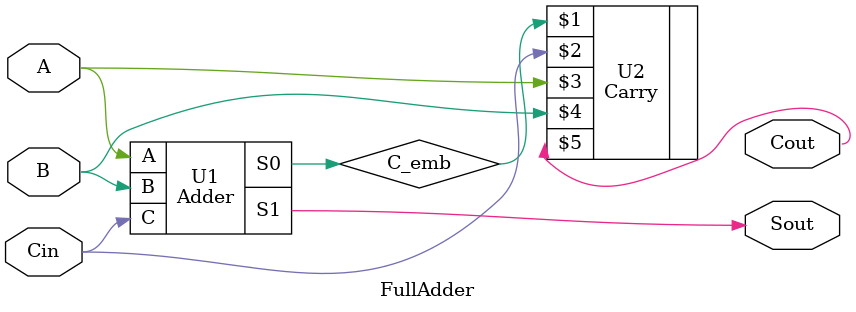
<source format=v>
`timescale 1ns / 1ps


module Adder(
	input A,
	input B,
	input C,
	output S0,
	output S1
);
	//Declaration of embedded signals for Adder module
	wire S_emb;
	//Define Operation for module Adder
	assign S_emb = A ^ B;
	assign S1 = S_emb ^ C;
	assign S0 = S_emb;
endmodule

/*module Carry(
	input A,
	input B,
	input C,
	input D,
	output C0
);
	//Declaration of embedded
	wire AB_emb, CD_emb;
//Define Operation for module Carry
	assign AB_emb = A & B;
	assign CD_emb = C & D;
	assign C0 = AB_emb | CD_emb;
	
endmodule*/

//Connect mdoules together
//////////////////////////////////////////////////////////////////////////////////
module FullAdder(
    input A,
    input B,
    input Cin,
    output Sout,
    output Cout
    );

	//Declaration of embedded signals fot TOP module(Full Adder)
	wire C_emb;
	//Connect things together (Instantianting)
	Adder U1 (A, B, Cin, C_emb, Sout);
	Carry U2 (C_emb, Cin, A, B, Cout);
	

endmodule

</source>
